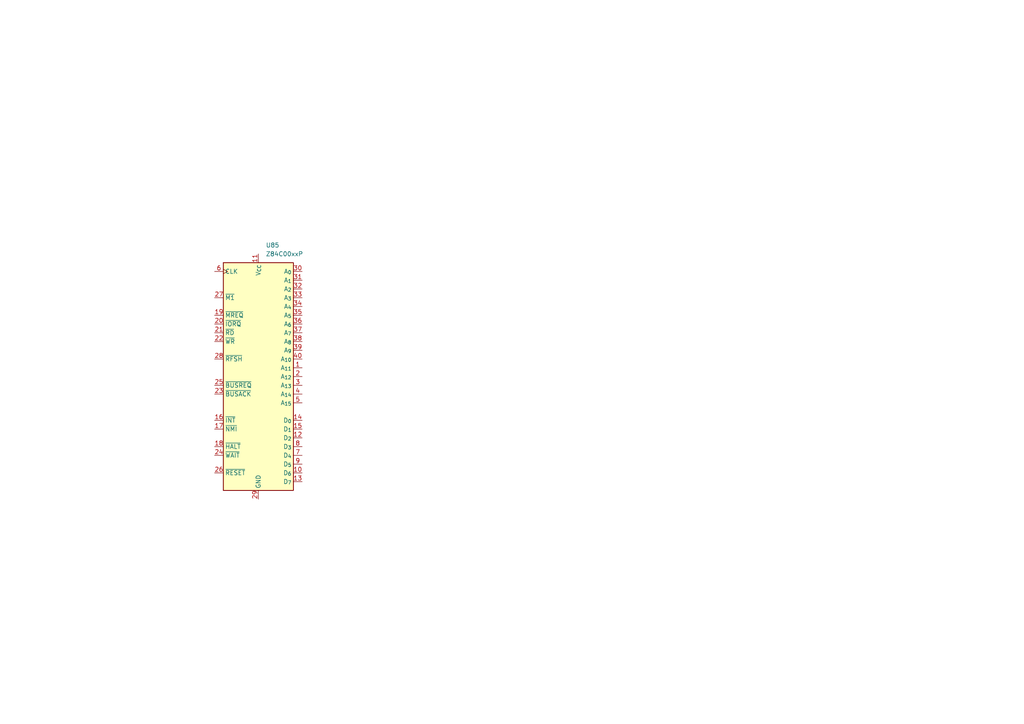
<source format=kicad_sch>
(kicad_sch (version 20250114) (generator "eeschema") (generator_version "9.0")
  (paper "A4")
  (lib_symbols
    (symbol "CPU:Z84C00xxP"
      (property "Reference" "U" (at -9.652 34.798 0))
      (property "Value" "Z84C00xxP" (at 3.81 34.798 0))
      (symbol "Z84C00xxP_0_1"
        (rectangle (start -10.16 33.02) (end 10.16 -33.02) (stroke (width 0.254)) (fill (type background)))
      )
      (symbol "Z84C00xxP_1_1"
        (pin input clock (at -12.7 30.48 0) (length 2.54) (name "CLK") (number "6"))
        (pin output line (at -12.7 22.86 0) (length 2.54) (name "~{M1}") (number "27"))
        (pin tri_state line (at -12.7 17.78 0) (length 2.54) (name "~{MREQ}") (number "19"))
        (pin tri_state line (at -12.7 15.24 0) (length 2.54) (name "~{IORQ}") (number "20"))
        (pin tri_state line (at -12.7 12.7 0) (length 2.54) (name "~{RD}") (number "21"))
        (pin tri_state line (at -12.7 10.16 0) (length 2.54) (name "~{WR}") (number "22"))
        (pin output line (at -12.7 5.08 0) (length 2.54) (name "~{RFSH}") (number "28"))
        (pin input line (at -12.7 -2.54 0) (length 2.54) (name "~{BUSREQ}") (number "25"))
        (pin output line (at -12.7 -5.08 0) (length 2.54) (name "~{BUSACK}") (number "23"))
        (pin input line (at -12.7 -12.7 0) (length 2.54) (name "~{INT}") (number "16"))
        (pin input line (at -12.7 -15.24 0) (length 2.54) (name "~{NMI}") (number "17"))
        (pin output line (at -12.7 -20.32 0) (length 2.54) (name "~{HALT}") (number "18"))
        (pin input line (at -12.7 -22.86 0) (length 2.54) (name "~{WAIT}") (number "24"))
        (pin input line (at -12.7 -27.94 0) (length 2.54) (name "~{RESET}") (number "26"))
        (pin power_in line (at 0 35.56 270) (length 2.54) (name "V_{CC}") (number "11"))
        (pin power_in line (at 0 -35.56 90) (length 2.54) (name "GND") (number "29"))
        (pin tri_state line (at 12.7 30.48 180) (length 2.54) (name "A_{0}") (number "30"))
        (pin tri_state line (at 12.7 27.94 180) (length 2.54) (name "A_{1}") (number "31"))
        (pin tri_state line (at 12.7 25.4 180) (length 2.54) (name "A_{2}") (number "32"))
        (pin tri_state line (at 12.7 22.86 180) (length 2.54) (name "A_{3}") (number "33"))
        (pin tri_state line (at 12.7 20.32 180) (length 2.54) (name "A_{4}") (number "34"))
        (pin tri_state line (at 12.7 17.78 180) (length 2.54) (name "A_{5}") (number "35"))
        (pin tri_state line (at 12.7 15.24 180) (length 2.54) (name "A_{6}") (number "36"))
        (pin tri_state line (at 12.7 12.7 180) (length 2.54) (name "A_{7}") (number "37"))
        (pin tri_state line (at 12.7 10.16 180) (length 2.54) (name "A_{8}") (number "38"))
        (pin tri_state line (at 12.7 7.62 180) (length 2.54) (name "A_{9}") (number "39"))
        (pin tri_state line (at 12.7 5.08 180) (length 2.54) (name "A_{10}") (number "40"))
        (pin tri_state line (at 12.7 2.54 180) (length 2.54) (name "A_{11}") (number "1"))
        (pin tri_state line (at 12.7 0 180) (length 2.54) (name "A_{12}") (number "2"))
        (pin tri_state line (at 12.7 -2.54 180) (length 2.54) (name "A_{13}") (number "3"))
        (pin tri_state line (at 12.7 -5.08 180) (length 2.54) (name "A_{14}") (number "4"))
        (pin tri_state line (at 12.7 -7.62 180) (length 2.54) (name "A_{15}") (number "5"))
        (pin bidirectional line (at 12.7 -12.7 180) (length 2.54) (name "D_{0}") (number "14"))
        (pin bidirectional line (at 12.7 -15.24 180) (length 2.54) (name "D_{1}") (number "15"))
        (pin bidirectional line (at 12.7 -17.78 180) (length 2.54) (name "D_{2}") (number "12"))
        (pin bidirectional line (at 12.7 -20.32 180) (length 2.54) (name "D_{3}") (number "8"))
        (pin bidirectional line (at 12.7 -22.86 180) (length 2.54) (name "D_{4}") (number "7"))
        (pin bidirectional line (at 12.7 -25.4 180) (length 2.54) (name "D_{5}") (number "9"))
        (pin bidirectional line (at 12.7 -27.94 180) (length 2.54) (name "D_{6}") (number "10"))
        (pin bidirectional line (at 12.7 -30.48 180) (length 2.54) (name "D_{7}") (number "13"))
      )
    )
  )
  (symbol (lib_id "CPU:Z84C00xxP") (at 74.93 109.22 0) (unit 1)
    (property "Reference" "U85" (at 77.0733 71.12 0) (effects (justify left)))
    (property "Value" "Z84C00xxP" (at 77.0733 73.66 0) (effects (justify left)))
    (property "Footprint" "Package_DIP:DIP-40_W15.24mm" (effects (hide yes)))
    (property "Datasheet" "https://archive.org/details/zilog-z-8400" (effects (hide yes)))
    (property "Description" "8-bit General Purpose Microprocessor, 8-bit data bus, 16-bit address bus, up to 6.17 / 8 / 10 / 20 MHz, CMOS version, DIP-40 (600 mil)" (effects (hide yes)))
  )
)
</source>
